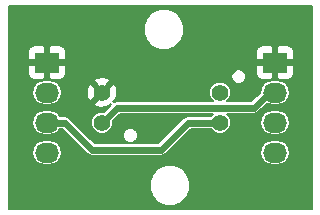
<source format=gbl>
G04 #@! TF.FileFunction,Copper,L2,Bot,Signal*
%FSLAX46Y46*%
G04 Gerber Fmt 4.6, Leading zero omitted, Abs format (unit mm)*
G04 Created by KiCad (PCBNEW 4.0.1-2.201512121406+6195~38~ubuntu14.04.1-stable) date Tue 19 Apr 2016 08:35:01 PM CEST*
%MOMM*%
G01*
G04 APERTURE LIST*
%ADD10C,0.150000*%
%ADD11R,2.032000X1.727200*%
%ADD12O,2.032000X1.727200*%
%ADD13C,1.400000*%
%ADD14C,0.609600*%
%ADD15C,0.152400*%
G04 APERTURE END LIST*
D10*
D11*
X125476000Y-80010000D03*
D12*
X125476000Y-82550000D03*
X125476000Y-85090000D03*
X125476000Y-87630000D03*
D11*
X144780000Y-80010000D03*
D12*
X144780000Y-82550000D03*
X144780000Y-85090000D03*
X144780000Y-87630000D03*
D13*
X140128000Y-85090000D03*
X140128000Y-82550000D03*
X130128000Y-85090000D03*
X130128000Y-82550000D03*
D14*
X144780000Y-82550000D02*
X144272000Y-82550000D01*
X144272000Y-82550000D02*
X143002000Y-83820000D01*
X143002000Y-83820000D02*
X131398000Y-83820000D01*
X131398000Y-83820000D02*
X130128000Y-85090000D01*
X140128000Y-85090000D02*
X137414000Y-85090000D01*
X127000000Y-85090000D02*
X125476000Y-85090000D01*
X129286000Y-87376000D02*
X127000000Y-85090000D01*
X135128000Y-87376000D02*
X129286000Y-87376000D01*
X137414000Y-85090000D02*
X135128000Y-87376000D01*
D15*
G36*
X147905400Y-92406400D02*
X122223600Y-92406400D01*
X122223600Y-90766331D01*
X134161101Y-90766331D01*
X134423710Y-91401894D01*
X134909548Y-91888581D01*
X135544652Y-92152299D01*
X136232331Y-92152899D01*
X136867894Y-91890290D01*
X137354581Y-91404452D01*
X137618299Y-90769348D01*
X137618899Y-90081669D01*
X137356290Y-89446106D01*
X136870452Y-88959419D01*
X136235348Y-88695701D01*
X135547669Y-88695101D01*
X134912106Y-88957710D01*
X134425419Y-89443548D01*
X134161701Y-90078652D01*
X134161101Y-90766331D01*
X122223600Y-90766331D01*
X122223600Y-87630000D01*
X124207017Y-87630000D01*
X124290156Y-88047967D01*
X124526915Y-88402302D01*
X124881250Y-88639061D01*
X125299217Y-88722200D01*
X125652783Y-88722200D01*
X126070750Y-88639061D01*
X126425085Y-88402302D01*
X126661844Y-88047967D01*
X126744983Y-87630000D01*
X126661844Y-87212033D01*
X126425085Y-86857698D01*
X126070750Y-86620939D01*
X125652783Y-86537800D01*
X125299217Y-86537800D01*
X124881250Y-86620939D01*
X124526915Y-86857698D01*
X124290156Y-87212033D01*
X124207017Y-87630000D01*
X122223600Y-87630000D01*
X122223600Y-85090000D01*
X124207017Y-85090000D01*
X124290156Y-85507967D01*
X124526915Y-85862302D01*
X124881250Y-86099061D01*
X125299217Y-86182200D01*
X125652783Y-86182200D01*
X126070750Y-86099061D01*
X126425085Y-85862302D01*
X126584714Y-85623400D01*
X126779058Y-85623400D01*
X128908829Y-87753171D01*
X129081877Y-87868797D01*
X129286000Y-87909400D01*
X135128000Y-87909400D01*
X135332123Y-87868797D01*
X135505171Y-87753171D01*
X135628342Y-87630000D01*
X143511017Y-87630000D01*
X143594156Y-88047967D01*
X143830915Y-88402302D01*
X144185250Y-88639061D01*
X144603217Y-88722200D01*
X144956783Y-88722200D01*
X145374750Y-88639061D01*
X145729085Y-88402302D01*
X145965844Y-88047967D01*
X146048983Y-87630000D01*
X145965844Y-87212033D01*
X145729085Y-86857698D01*
X145374750Y-86620939D01*
X144956783Y-86537800D01*
X144603217Y-86537800D01*
X144185250Y-86620939D01*
X143830915Y-86857698D01*
X143594156Y-87212033D01*
X143511017Y-87630000D01*
X135628342Y-87630000D01*
X137634942Y-85623400D01*
X139348376Y-85623400D01*
X139601304Y-85876769D01*
X139942480Y-86018438D01*
X140311900Y-86018760D01*
X140653322Y-85877688D01*
X140914769Y-85616696D01*
X141056438Y-85275520D01*
X141056599Y-85090000D01*
X143511017Y-85090000D01*
X143594156Y-85507967D01*
X143830915Y-85862302D01*
X144185250Y-86099061D01*
X144603217Y-86182200D01*
X144956783Y-86182200D01*
X145374750Y-86099061D01*
X145729085Y-85862302D01*
X145965844Y-85507967D01*
X146048983Y-85090000D01*
X145965844Y-84672033D01*
X145729085Y-84317698D01*
X145374750Y-84080939D01*
X144956783Y-83997800D01*
X144603217Y-83997800D01*
X144185250Y-84080939D01*
X143830915Y-84317698D01*
X143594156Y-84672033D01*
X143511017Y-85090000D01*
X141056599Y-85090000D01*
X141056760Y-84906100D01*
X140915688Y-84564678D01*
X140704778Y-84353400D01*
X143002000Y-84353400D01*
X143206123Y-84312797D01*
X143379171Y-84197171D01*
X144084560Y-83491782D01*
X144185250Y-83559061D01*
X144603217Y-83642200D01*
X144956783Y-83642200D01*
X145374750Y-83559061D01*
X145729085Y-83322302D01*
X145965844Y-82967967D01*
X146048983Y-82550000D01*
X145965844Y-82132033D01*
X145729085Y-81777698D01*
X145374750Y-81540939D01*
X144956783Y-81457800D01*
X144603217Y-81457800D01*
X144185250Y-81540939D01*
X143830915Y-81777698D01*
X143594156Y-82132033D01*
X143511017Y-82550000D01*
X143512119Y-82555539D01*
X142781058Y-83286600D01*
X140704499Y-83286600D01*
X140914769Y-83076696D01*
X141056438Y-82735520D01*
X141056760Y-82366100D01*
X140915688Y-82024678D01*
X140654696Y-81763231D01*
X140313520Y-81621562D01*
X139944100Y-81621240D01*
X139602678Y-81762312D01*
X139341231Y-82023304D01*
X139199562Y-82364480D01*
X139199240Y-82733900D01*
X139340312Y-83075322D01*
X139551222Y-83286600D01*
X131398000Y-83286600D01*
X131193876Y-83327203D01*
X131171562Y-83342112D01*
X131066645Y-83237195D01*
X131281990Y-83168650D01*
X131430895Y-82679945D01*
X131381446Y-82171457D01*
X131281990Y-81931350D01*
X131066643Y-81862805D01*
X130379447Y-82550000D01*
X130393590Y-82564142D01*
X130142142Y-82815590D01*
X130128000Y-82801447D01*
X129440805Y-83488643D01*
X129509350Y-83703990D01*
X129998055Y-83852895D01*
X130506543Y-83803446D01*
X130746650Y-83703990D01*
X130815195Y-83488645D01*
X130895104Y-83568554D01*
X130302106Y-84161552D01*
X129944100Y-84161240D01*
X129602678Y-84302312D01*
X129341231Y-84563304D01*
X129199562Y-84904480D01*
X129199240Y-85273900D01*
X129340312Y-85615322D01*
X129601304Y-85876769D01*
X129942480Y-86018438D01*
X130311900Y-86018760D01*
X130653322Y-85877688D01*
X130914769Y-85616696D01*
X131056438Y-85275520D01*
X131056752Y-84915590D01*
X131618942Y-84353400D01*
X139551501Y-84353400D01*
X139347947Y-84556600D01*
X137414000Y-84556600D01*
X137209877Y-84597203D01*
X137036829Y-84712829D01*
X134907058Y-86842600D01*
X129506942Y-86842600D01*
X128958830Y-86294488D01*
X131899291Y-86294488D01*
X131994788Y-86525608D01*
X132171462Y-86702590D01*
X132402415Y-86798491D01*
X132652488Y-86798709D01*
X132883608Y-86703212D01*
X133060590Y-86526538D01*
X133156491Y-86295585D01*
X133156709Y-86045512D01*
X133061212Y-85814392D01*
X132884538Y-85637410D01*
X132653585Y-85541509D01*
X132403512Y-85541291D01*
X132172392Y-85636788D01*
X131995410Y-85813462D01*
X131899509Y-86044415D01*
X131899291Y-86294488D01*
X128958830Y-86294488D01*
X127377171Y-84712829D01*
X127204123Y-84597203D01*
X127000000Y-84556600D01*
X126584714Y-84556600D01*
X126425085Y-84317698D01*
X126070750Y-84080939D01*
X125652783Y-83997800D01*
X125299217Y-83997800D01*
X124881250Y-84080939D01*
X124526915Y-84317698D01*
X124290156Y-84672033D01*
X124207017Y-85090000D01*
X122223600Y-85090000D01*
X122223600Y-82550000D01*
X124207017Y-82550000D01*
X124290156Y-82967967D01*
X124526915Y-83322302D01*
X124881250Y-83559061D01*
X125299217Y-83642200D01*
X125652783Y-83642200D01*
X126070750Y-83559061D01*
X126425085Y-83322302D01*
X126661844Y-82967967D01*
X126744983Y-82550000D01*
X126719136Y-82420055D01*
X128825105Y-82420055D01*
X128874554Y-82928543D01*
X128974010Y-83168650D01*
X129189357Y-83237195D01*
X129876553Y-82550000D01*
X129189357Y-81862805D01*
X128974010Y-81931350D01*
X128825105Y-82420055D01*
X126719136Y-82420055D01*
X126661844Y-82132033D01*
X126425085Y-81777698D01*
X126176139Y-81611357D01*
X129440805Y-81611357D01*
X130128000Y-82298553D01*
X130815195Y-81611357D01*
X130746650Y-81396010D01*
X130577556Y-81344488D01*
X141099291Y-81344488D01*
X141194788Y-81575608D01*
X141371462Y-81752590D01*
X141602415Y-81848491D01*
X141852488Y-81848709D01*
X142083608Y-81753212D01*
X142260590Y-81576538D01*
X142356491Y-81345585D01*
X142356709Y-81095512D01*
X142261212Y-80864392D01*
X142084538Y-80687410D01*
X141853585Y-80591509D01*
X141603512Y-80591291D01*
X141372392Y-80686788D01*
X141195410Y-80863462D01*
X141099509Y-81094415D01*
X141099291Y-81344488D01*
X130577556Y-81344488D01*
X130257945Y-81247105D01*
X129749457Y-81296554D01*
X129509350Y-81396010D01*
X129440805Y-81611357D01*
X126176139Y-81611357D01*
X126070750Y-81540939D01*
X125652783Y-81457800D01*
X125299217Y-81457800D01*
X124881250Y-81540939D01*
X124526915Y-81777698D01*
X124290156Y-82132033D01*
X124207017Y-82550000D01*
X122223600Y-82550000D01*
X122223600Y-80333850D01*
X123875800Y-80333850D01*
X123875800Y-80989804D01*
X123964739Y-81204522D01*
X124129077Y-81368861D01*
X124343795Y-81457800D01*
X125152150Y-81457800D01*
X125298200Y-81311750D01*
X125298200Y-80187800D01*
X125653800Y-80187800D01*
X125653800Y-81311750D01*
X125799850Y-81457800D01*
X126608205Y-81457800D01*
X126822923Y-81368861D01*
X126987261Y-81204522D01*
X127076200Y-80989804D01*
X127076200Y-80333850D01*
X143179800Y-80333850D01*
X143179800Y-80989804D01*
X143268739Y-81204522D01*
X143433077Y-81368861D01*
X143647795Y-81457800D01*
X144456150Y-81457800D01*
X144602200Y-81311750D01*
X144602200Y-80187800D01*
X144957800Y-80187800D01*
X144957800Y-81311750D01*
X145103850Y-81457800D01*
X145912205Y-81457800D01*
X146126923Y-81368861D01*
X146291261Y-81204522D01*
X146380200Y-80989804D01*
X146380200Y-80333850D01*
X146234150Y-80187800D01*
X144957800Y-80187800D01*
X144602200Y-80187800D01*
X143325850Y-80187800D01*
X143179800Y-80333850D01*
X127076200Y-80333850D01*
X126930150Y-80187800D01*
X125653800Y-80187800D01*
X125298200Y-80187800D01*
X124021850Y-80187800D01*
X123875800Y-80333850D01*
X122223600Y-80333850D01*
X122223600Y-79030196D01*
X123875800Y-79030196D01*
X123875800Y-79686150D01*
X124021850Y-79832200D01*
X125298200Y-79832200D01*
X125298200Y-78708250D01*
X125653800Y-78708250D01*
X125653800Y-79832200D01*
X126930150Y-79832200D01*
X127076200Y-79686150D01*
X127076200Y-79030196D01*
X143179800Y-79030196D01*
X143179800Y-79686150D01*
X143325850Y-79832200D01*
X144602200Y-79832200D01*
X144602200Y-78708250D01*
X144957800Y-78708250D01*
X144957800Y-79832200D01*
X146234150Y-79832200D01*
X146380200Y-79686150D01*
X146380200Y-79030196D01*
X146291261Y-78815478D01*
X146126923Y-78651139D01*
X145912205Y-78562200D01*
X145103850Y-78562200D01*
X144957800Y-78708250D01*
X144602200Y-78708250D01*
X144456150Y-78562200D01*
X143647795Y-78562200D01*
X143433077Y-78651139D01*
X143268739Y-78815478D01*
X143179800Y-79030196D01*
X127076200Y-79030196D01*
X126987261Y-78815478D01*
X126822923Y-78651139D01*
X126608205Y-78562200D01*
X125799850Y-78562200D01*
X125653800Y-78708250D01*
X125298200Y-78708250D01*
X125152150Y-78562200D01*
X124343795Y-78562200D01*
X124129077Y-78651139D01*
X123964739Y-78815478D01*
X123875800Y-79030196D01*
X122223600Y-79030196D01*
X122223600Y-77558331D01*
X133653101Y-77558331D01*
X133915710Y-78193894D01*
X134401548Y-78680581D01*
X135036652Y-78944299D01*
X135724331Y-78944899D01*
X136359894Y-78682290D01*
X136846581Y-78196452D01*
X137110299Y-77561348D01*
X137110899Y-76873669D01*
X136848290Y-76238106D01*
X136362452Y-75751419D01*
X135727348Y-75487701D01*
X135039669Y-75487101D01*
X134404106Y-75749710D01*
X133917419Y-76235548D01*
X133653701Y-76870652D01*
X133653101Y-77558331D01*
X122223600Y-77558331D01*
X122223600Y-75233600D01*
X147905400Y-75233600D01*
X147905400Y-92406400D01*
X147905400Y-92406400D01*
G37*
X147905400Y-92406400D02*
X122223600Y-92406400D01*
X122223600Y-90766331D01*
X134161101Y-90766331D01*
X134423710Y-91401894D01*
X134909548Y-91888581D01*
X135544652Y-92152299D01*
X136232331Y-92152899D01*
X136867894Y-91890290D01*
X137354581Y-91404452D01*
X137618299Y-90769348D01*
X137618899Y-90081669D01*
X137356290Y-89446106D01*
X136870452Y-88959419D01*
X136235348Y-88695701D01*
X135547669Y-88695101D01*
X134912106Y-88957710D01*
X134425419Y-89443548D01*
X134161701Y-90078652D01*
X134161101Y-90766331D01*
X122223600Y-90766331D01*
X122223600Y-87630000D01*
X124207017Y-87630000D01*
X124290156Y-88047967D01*
X124526915Y-88402302D01*
X124881250Y-88639061D01*
X125299217Y-88722200D01*
X125652783Y-88722200D01*
X126070750Y-88639061D01*
X126425085Y-88402302D01*
X126661844Y-88047967D01*
X126744983Y-87630000D01*
X126661844Y-87212033D01*
X126425085Y-86857698D01*
X126070750Y-86620939D01*
X125652783Y-86537800D01*
X125299217Y-86537800D01*
X124881250Y-86620939D01*
X124526915Y-86857698D01*
X124290156Y-87212033D01*
X124207017Y-87630000D01*
X122223600Y-87630000D01*
X122223600Y-85090000D01*
X124207017Y-85090000D01*
X124290156Y-85507967D01*
X124526915Y-85862302D01*
X124881250Y-86099061D01*
X125299217Y-86182200D01*
X125652783Y-86182200D01*
X126070750Y-86099061D01*
X126425085Y-85862302D01*
X126584714Y-85623400D01*
X126779058Y-85623400D01*
X128908829Y-87753171D01*
X129081877Y-87868797D01*
X129286000Y-87909400D01*
X135128000Y-87909400D01*
X135332123Y-87868797D01*
X135505171Y-87753171D01*
X135628342Y-87630000D01*
X143511017Y-87630000D01*
X143594156Y-88047967D01*
X143830915Y-88402302D01*
X144185250Y-88639061D01*
X144603217Y-88722200D01*
X144956783Y-88722200D01*
X145374750Y-88639061D01*
X145729085Y-88402302D01*
X145965844Y-88047967D01*
X146048983Y-87630000D01*
X145965844Y-87212033D01*
X145729085Y-86857698D01*
X145374750Y-86620939D01*
X144956783Y-86537800D01*
X144603217Y-86537800D01*
X144185250Y-86620939D01*
X143830915Y-86857698D01*
X143594156Y-87212033D01*
X143511017Y-87630000D01*
X135628342Y-87630000D01*
X137634942Y-85623400D01*
X139348376Y-85623400D01*
X139601304Y-85876769D01*
X139942480Y-86018438D01*
X140311900Y-86018760D01*
X140653322Y-85877688D01*
X140914769Y-85616696D01*
X141056438Y-85275520D01*
X141056599Y-85090000D01*
X143511017Y-85090000D01*
X143594156Y-85507967D01*
X143830915Y-85862302D01*
X144185250Y-86099061D01*
X144603217Y-86182200D01*
X144956783Y-86182200D01*
X145374750Y-86099061D01*
X145729085Y-85862302D01*
X145965844Y-85507967D01*
X146048983Y-85090000D01*
X145965844Y-84672033D01*
X145729085Y-84317698D01*
X145374750Y-84080939D01*
X144956783Y-83997800D01*
X144603217Y-83997800D01*
X144185250Y-84080939D01*
X143830915Y-84317698D01*
X143594156Y-84672033D01*
X143511017Y-85090000D01*
X141056599Y-85090000D01*
X141056760Y-84906100D01*
X140915688Y-84564678D01*
X140704778Y-84353400D01*
X143002000Y-84353400D01*
X143206123Y-84312797D01*
X143379171Y-84197171D01*
X144084560Y-83491782D01*
X144185250Y-83559061D01*
X144603217Y-83642200D01*
X144956783Y-83642200D01*
X145374750Y-83559061D01*
X145729085Y-83322302D01*
X145965844Y-82967967D01*
X146048983Y-82550000D01*
X145965844Y-82132033D01*
X145729085Y-81777698D01*
X145374750Y-81540939D01*
X144956783Y-81457800D01*
X144603217Y-81457800D01*
X144185250Y-81540939D01*
X143830915Y-81777698D01*
X143594156Y-82132033D01*
X143511017Y-82550000D01*
X143512119Y-82555539D01*
X142781058Y-83286600D01*
X140704499Y-83286600D01*
X140914769Y-83076696D01*
X141056438Y-82735520D01*
X141056760Y-82366100D01*
X140915688Y-82024678D01*
X140654696Y-81763231D01*
X140313520Y-81621562D01*
X139944100Y-81621240D01*
X139602678Y-81762312D01*
X139341231Y-82023304D01*
X139199562Y-82364480D01*
X139199240Y-82733900D01*
X139340312Y-83075322D01*
X139551222Y-83286600D01*
X131398000Y-83286600D01*
X131193876Y-83327203D01*
X131171562Y-83342112D01*
X131066645Y-83237195D01*
X131281990Y-83168650D01*
X131430895Y-82679945D01*
X131381446Y-82171457D01*
X131281990Y-81931350D01*
X131066643Y-81862805D01*
X130379447Y-82550000D01*
X130393590Y-82564142D01*
X130142142Y-82815590D01*
X130128000Y-82801447D01*
X129440805Y-83488643D01*
X129509350Y-83703990D01*
X129998055Y-83852895D01*
X130506543Y-83803446D01*
X130746650Y-83703990D01*
X130815195Y-83488645D01*
X130895104Y-83568554D01*
X130302106Y-84161552D01*
X129944100Y-84161240D01*
X129602678Y-84302312D01*
X129341231Y-84563304D01*
X129199562Y-84904480D01*
X129199240Y-85273900D01*
X129340312Y-85615322D01*
X129601304Y-85876769D01*
X129942480Y-86018438D01*
X130311900Y-86018760D01*
X130653322Y-85877688D01*
X130914769Y-85616696D01*
X131056438Y-85275520D01*
X131056752Y-84915590D01*
X131618942Y-84353400D01*
X139551501Y-84353400D01*
X139347947Y-84556600D01*
X137414000Y-84556600D01*
X137209877Y-84597203D01*
X137036829Y-84712829D01*
X134907058Y-86842600D01*
X129506942Y-86842600D01*
X128958830Y-86294488D01*
X131899291Y-86294488D01*
X131994788Y-86525608D01*
X132171462Y-86702590D01*
X132402415Y-86798491D01*
X132652488Y-86798709D01*
X132883608Y-86703212D01*
X133060590Y-86526538D01*
X133156491Y-86295585D01*
X133156709Y-86045512D01*
X133061212Y-85814392D01*
X132884538Y-85637410D01*
X132653585Y-85541509D01*
X132403512Y-85541291D01*
X132172392Y-85636788D01*
X131995410Y-85813462D01*
X131899509Y-86044415D01*
X131899291Y-86294488D01*
X128958830Y-86294488D01*
X127377171Y-84712829D01*
X127204123Y-84597203D01*
X127000000Y-84556600D01*
X126584714Y-84556600D01*
X126425085Y-84317698D01*
X126070750Y-84080939D01*
X125652783Y-83997800D01*
X125299217Y-83997800D01*
X124881250Y-84080939D01*
X124526915Y-84317698D01*
X124290156Y-84672033D01*
X124207017Y-85090000D01*
X122223600Y-85090000D01*
X122223600Y-82550000D01*
X124207017Y-82550000D01*
X124290156Y-82967967D01*
X124526915Y-83322302D01*
X124881250Y-83559061D01*
X125299217Y-83642200D01*
X125652783Y-83642200D01*
X126070750Y-83559061D01*
X126425085Y-83322302D01*
X126661844Y-82967967D01*
X126744983Y-82550000D01*
X126719136Y-82420055D01*
X128825105Y-82420055D01*
X128874554Y-82928543D01*
X128974010Y-83168650D01*
X129189357Y-83237195D01*
X129876553Y-82550000D01*
X129189357Y-81862805D01*
X128974010Y-81931350D01*
X128825105Y-82420055D01*
X126719136Y-82420055D01*
X126661844Y-82132033D01*
X126425085Y-81777698D01*
X126176139Y-81611357D01*
X129440805Y-81611357D01*
X130128000Y-82298553D01*
X130815195Y-81611357D01*
X130746650Y-81396010D01*
X130577556Y-81344488D01*
X141099291Y-81344488D01*
X141194788Y-81575608D01*
X141371462Y-81752590D01*
X141602415Y-81848491D01*
X141852488Y-81848709D01*
X142083608Y-81753212D01*
X142260590Y-81576538D01*
X142356491Y-81345585D01*
X142356709Y-81095512D01*
X142261212Y-80864392D01*
X142084538Y-80687410D01*
X141853585Y-80591509D01*
X141603512Y-80591291D01*
X141372392Y-80686788D01*
X141195410Y-80863462D01*
X141099509Y-81094415D01*
X141099291Y-81344488D01*
X130577556Y-81344488D01*
X130257945Y-81247105D01*
X129749457Y-81296554D01*
X129509350Y-81396010D01*
X129440805Y-81611357D01*
X126176139Y-81611357D01*
X126070750Y-81540939D01*
X125652783Y-81457800D01*
X125299217Y-81457800D01*
X124881250Y-81540939D01*
X124526915Y-81777698D01*
X124290156Y-82132033D01*
X124207017Y-82550000D01*
X122223600Y-82550000D01*
X122223600Y-80333850D01*
X123875800Y-80333850D01*
X123875800Y-80989804D01*
X123964739Y-81204522D01*
X124129077Y-81368861D01*
X124343795Y-81457800D01*
X125152150Y-81457800D01*
X125298200Y-81311750D01*
X125298200Y-80187800D01*
X125653800Y-80187800D01*
X125653800Y-81311750D01*
X125799850Y-81457800D01*
X126608205Y-81457800D01*
X126822923Y-81368861D01*
X126987261Y-81204522D01*
X127076200Y-80989804D01*
X127076200Y-80333850D01*
X143179800Y-80333850D01*
X143179800Y-80989804D01*
X143268739Y-81204522D01*
X143433077Y-81368861D01*
X143647795Y-81457800D01*
X144456150Y-81457800D01*
X144602200Y-81311750D01*
X144602200Y-80187800D01*
X144957800Y-80187800D01*
X144957800Y-81311750D01*
X145103850Y-81457800D01*
X145912205Y-81457800D01*
X146126923Y-81368861D01*
X146291261Y-81204522D01*
X146380200Y-80989804D01*
X146380200Y-80333850D01*
X146234150Y-80187800D01*
X144957800Y-80187800D01*
X144602200Y-80187800D01*
X143325850Y-80187800D01*
X143179800Y-80333850D01*
X127076200Y-80333850D01*
X126930150Y-80187800D01*
X125653800Y-80187800D01*
X125298200Y-80187800D01*
X124021850Y-80187800D01*
X123875800Y-80333850D01*
X122223600Y-80333850D01*
X122223600Y-79030196D01*
X123875800Y-79030196D01*
X123875800Y-79686150D01*
X124021850Y-79832200D01*
X125298200Y-79832200D01*
X125298200Y-78708250D01*
X125653800Y-78708250D01*
X125653800Y-79832200D01*
X126930150Y-79832200D01*
X127076200Y-79686150D01*
X127076200Y-79030196D01*
X143179800Y-79030196D01*
X143179800Y-79686150D01*
X143325850Y-79832200D01*
X144602200Y-79832200D01*
X144602200Y-78708250D01*
X144957800Y-78708250D01*
X144957800Y-79832200D01*
X146234150Y-79832200D01*
X146380200Y-79686150D01*
X146380200Y-79030196D01*
X146291261Y-78815478D01*
X146126923Y-78651139D01*
X145912205Y-78562200D01*
X145103850Y-78562200D01*
X144957800Y-78708250D01*
X144602200Y-78708250D01*
X144456150Y-78562200D01*
X143647795Y-78562200D01*
X143433077Y-78651139D01*
X143268739Y-78815478D01*
X143179800Y-79030196D01*
X127076200Y-79030196D01*
X126987261Y-78815478D01*
X126822923Y-78651139D01*
X126608205Y-78562200D01*
X125799850Y-78562200D01*
X125653800Y-78708250D01*
X125298200Y-78708250D01*
X125152150Y-78562200D01*
X124343795Y-78562200D01*
X124129077Y-78651139D01*
X123964739Y-78815478D01*
X123875800Y-79030196D01*
X122223600Y-79030196D01*
X122223600Y-77558331D01*
X133653101Y-77558331D01*
X133915710Y-78193894D01*
X134401548Y-78680581D01*
X135036652Y-78944299D01*
X135724331Y-78944899D01*
X136359894Y-78682290D01*
X136846581Y-78196452D01*
X137110299Y-77561348D01*
X137110899Y-76873669D01*
X136848290Y-76238106D01*
X136362452Y-75751419D01*
X135727348Y-75487701D01*
X135039669Y-75487101D01*
X134404106Y-75749710D01*
X133917419Y-76235548D01*
X133653701Y-76870652D01*
X133653101Y-77558331D01*
X122223600Y-77558331D01*
X122223600Y-75233600D01*
X147905400Y-75233600D01*
X147905400Y-92406400D01*
M02*

</source>
